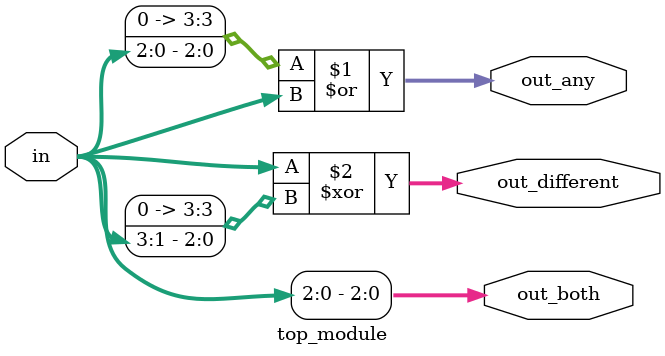
<source format=sv>
module top_module (
    input [3:0] in,
    output [2:0] out_both,
    output [3:0] out_any,
    output [3:0] out_different
);

assign out_both = in[2:0];
assign out_any = {1'b0, in[2:0]} | in;
assign out_different = in ^ {1'b0, in[3:1]};

endmodule

</source>
